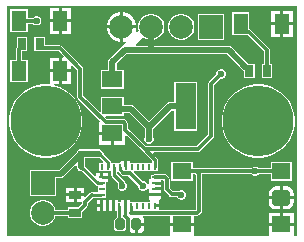
<source format=gtl>
G04*
G04 #@! TF.GenerationSoftware,Altium Limited,Altium Designer,24.2.2 (26)*
G04*
G04 Layer_Physical_Order=1*
G04 Layer_Color=255*
%FSLAX44Y44*%
%MOMM*%
G71*
G04*
G04 #@! TF.SameCoordinates,671ECA9C-2CDA-4785-821E-9719013758DC*
G04*
G04*
G04 #@! TF.FilePolarity,Positive*
G04*
G01*
G75*
%ADD10C,0.2500*%
%ADD30R,0.2500X0.4750*%
%ADD31R,0.4750X0.2500*%
%ADD32R,1.7000X1.4000*%
%ADD33R,1.7000X4.0000*%
G04:AMPARAMS|DCode=34|XSize=1.6mm|YSize=1.4mm|CornerRadius=0.35mm|HoleSize=0mm|Usage=FLASHONLY|Rotation=0.000|XOffset=0mm|YOffset=0mm|HoleType=Round|Shape=RoundedRectangle|*
%AMROUNDEDRECTD34*
21,1,1.6000,0.7000,0,0,0.0*
21,1,0.9000,1.4000,0,0,0.0*
1,1,0.7000,0.4500,-0.3500*
1,1,0.7000,-0.4500,-0.3500*
1,1,0.7000,-0.4500,0.3500*
1,1,0.7000,0.4500,0.3500*
%
%ADD34ROUNDEDRECTD34*%
%ADD35R,1.6000X1.4000*%
%ADD36R,0.7000X1.0000*%
%ADD37R,1.0000X0.7000*%
%ADD38R,1.3000X1.7000*%
G04:AMPARAMS|DCode=39|XSize=0.95mm|YSize=0.85mm|CornerRadius=0.2125mm|HoleSize=0mm|Usage=FLASHONLY|Rotation=90.000|XOffset=0mm|YOffset=0mm|HoleType=Round|Shape=RoundedRectangle|*
%AMROUNDEDRECTD39*
21,1,0.9500,0.4250,0,0,90.0*
21,1,0.5250,0.8500,0,0,90.0*
1,1,0.4250,0.2125,0.2625*
1,1,0.4250,0.2125,-0.2625*
1,1,0.4250,-0.2125,-0.2625*
1,1,0.4250,-0.2125,0.2625*
%
%ADD39ROUNDEDRECTD39*%
%ADD40C,0.5000*%
%ADD41C,0.3000*%
%ADD42C,2.0000*%
%ADD43R,2.0000X2.0000*%
%ADD44R,2.0000X2.0000*%
%ADD45C,6.0000*%
%ADD46C,0.6000*%
G36*
X502500Y257500D02*
X501109D01*
X500040Y257985D01*
X500040Y258770D01*
Y266255D01*
X478960D01*
Y258770D01*
X478960Y257985D01*
X477891Y257500D01*
X417109D01*
X416040Y257985D01*
X416040Y258770D01*
Y266255D01*
X394960D01*
Y258770D01*
X394960Y257985D01*
X393891Y257500D01*
X257500D01*
Y452500D01*
X502500D01*
Y257500D01*
D02*
G37*
%LPC*%
G36*
X311540Y451040D02*
X303770D01*
Y441270D01*
X311540D01*
Y451040D01*
D02*
G37*
G36*
X301230D02*
X293460D01*
Y441270D01*
X301230D01*
Y451040D01*
D02*
G37*
G36*
X499040Y448540D02*
X491270D01*
Y438770D01*
X499040D01*
Y448540D01*
D02*
G37*
G36*
X488730D02*
X480960D01*
Y438770D01*
X488730D01*
Y448540D01*
D02*
G37*
G36*
X355851Y447366D02*
X355470D01*
Y436096D01*
X366740D01*
Y436477D01*
X365885Y439666D01*
X364235Y442526D01*
X361900Y444860D01*
X359040Y446511D01*
X355851Y447366D01*
D02*
G37*
G36*
X352930D02*
X352549D01*
X349360Y446511D01*
X346500Y444860D01*
X344165Y442526D01*
X342515Y439666D01*
X341660Y436477D01*
Y436096D01*
X352930D01*
Y447366D01*
D02*
G37*
G36*
X275000Y449500D02*
X260000D01*
Y430500D01*
X275000D01*
Y437451D01*
X279392D01*
X280234Y436609D01*
X281704Y436000D01*
X283296D01*
X284766Y436609D01*
X285891Y437734D01*
X286500Y439204D01*
Y440796D01*
X285891Y442266D01*
X284766Y443391D01*
X283296Y444000D01*
X281704D01*
X280234Y443391D01*
X279392Y442549D01*
X275000D01*
Y449500D01*
D02*
G37*
G36*
X381048Y445826D02*
X378152D01*
X375354Y445076D01*
X372846Y443628D01*
X370798Y441580D01*
X369350Y439072D01*
X368600Y436274D01*
Y433378D01*
X368902Y432249D01*
X367406Y430752D01*
X366267Y431410D01*
X366740Y433175D01*
Y433556D01*
X355470D01*
Y422286D01*
X355851D01*
X357616Y422759D01*
X358274Y421620D01*
X352077Y415423D01*
X343977Y407323D01*
X343203Y406166D01*
X342932Y404800D01*
Y398500D01*
X337000D01*
Y382500D01*
X356000D01*
Y398500D01*
X350069D01*
Y403322D01*
X358178Y411431D01*
X443522D01*
X457477Y397477D01*
X458000Y397127D01*
Y391500D01*
X467000D01*
Y403500D01*
X461845D01*
X461500Y403569D01*
X461478D01*
X447523Y417523D01*
X446366Y418297D01*
X445000Y418569D01*
X366975D01*
X366489Y419742D01*
X372808Y426062D01*
X372846Y426024D01*
X375354Y424576D01*
X378152Y423826D01*
X381048D01*
X383846Y424576D01*
X386354Y426024D01*
X388402Y428072D01*
X389850Y430580D01*
X390600Y433378D01*
Y436274D01*
X389850Y439072D01*
X388402Y441580D01*
X386354Y443628D01*
X383846Y445076D01*
X381048Y445826D01*
D02*
G37*
G36*
X311540Y438730D02*
X303770D01*
Y428960D01*
X311540D01*
Y438730D01*
D02*
G37*
G36*
X301230D02*
X293460D01*
Y428960D01*
X301230D01*
Y438730D01*
D02*
G37*
G36*
X499040Y436230D02*
X491270D01*
Y426460D01*
X499040D01*
Y436230D01*
D02*
G37*
G36*
X488730D02*
X480960D01*
Y426460D01*
X488730D01*
Y436230D01*
D02*
G37*
G36*
X441400Y445826D02*
X419400D01*
Y423826D01*
X441400D01*
Y445826D01*
D02*
G37*
G36*
X406448D02*
X403552D01*
X400754Y445076D01*
X398246Y443628D01*
X396198Y441580D01*
X394750Y439072D01*
X394000Y436274D01*
Y433378D01*
X394750Y430580D01*
X396198Y428072D01*
X398246Y426024D01*
X400754Y424576D01*
X403552Y423826D01*
X406448D01*
X409246Y424576D01*
X411754Y426024D01*
X413802Y428072D01*
X415250Y430580D01*
X416000Y433378D01*
Y436274D01*
X415250Y439072D01*
X413802Y441580D01*
X411754Y443628D01*
X409246Y445076D01*
X406448Y445826D01*
D02*
G37*
G36*
X352930Y433556D02*
X341660D01*
Y433175D01*
X342515Y429986D01*
X344165Y427126D01*
X346500Y424791D01*
X349360Y423141D01*
X352549Y422286D01*
X352930D01*
Y433556D01*
D02*
G37*
G36*
X301230Y408540D02*
X293460D01*
Y398770D01*
X301230D01*
Y408540D01*
D02*
G37*
G36*
X462500Y447000D02*
X447500D01*
Y428000D01*
X459754D01*
X460000Y427951D01*
X460944D01*
X474951Y413944D01*
Y403500D01*
X473000D01*
Y391500D01*
X482000D01*
Y403500D01*
X480049D01*
Y415000D01*
X479855Y415975D01*
X479302Y416802D01*
X463802Y432302D01*
X462976Y432855D01*
X462500Y432949D01*
Y447000D01*
D02*
G37*
G36*
X274500Y426000D02*
X265500D01*
Y417507D01*
X265145Y416976D01*
X264951Y416000D01*
Y407000D01*
X260000D01*
Y388000D01*
X275000D01*
Y407000D01*
X270049D01*
Y414000D01*
X274500D01*
Y426000D01*
D02*
G37*
G36*
X311540Y396230D02*
X303770D01*
Y386460D01*
X311540D01*
Y396230D01*
D02*
G37*
G36*
X345230Y343230D02*
X335460D01*
Y334960D01*
X345230D01*
Y343230D01*
D02*
G37*
G36*
X472440Y386000D02*
X467560D01*
X462741Y385237D01*
X458100Y383729D01*
X453753Y381514D01*
X449805Y378646D01*
X446354Y375195D01*
X443486Y371247D01*
X441271Y366900D01*
X439763Y362259D01*
X439000Y357440D01*
Y352560D01*
X439763Y347741D01*
X441271Y343100D01*
X443486Y338753D01*
X446354Y334805D01*
X449805Y331354D01*
X453753Y328486D01*
X458100Y326271D01*
X462741Y324763D01*
X467560Y324000D01*
X472440D01*
X477259Y324763D01*
X481900Y326271D01*
X486247Y328486D01*
X490195Y331354D01*
X493646Y334805D01*
X496514Y338753D01*
X498729Y343100D01*
X500237Y347741D01*
X501000Y352560D01*
Y357440D01*
X500237Y362259D01*
X498729Y366900D01*
X496514Y371247D01*
X493646Y375195D01*
X490195Y378646D01*
X486247Y381514D01*
X481900Y383729D01*
X477259Y385237D01*
X472440Y386000D01*
D02*
G37*
G36*
X301230Y396230D02*
X293460D01*
Y387124D01*
X292477Y386041D01*
X292381Y386000D01*
X287560D01*
X282741Y385237D01*
X278100Y383729D01*
X273752Y381514D01*
X269805Y378646D01*
X266355Y375195D01*
X263486Y371247D01*
X261271Y366900D01*
X259763Y362259D01*
X259000Y357440D01*
Y352560D01*
X259763Y347741D01*
X261271Y343100D01*
X263486Y338753D01*
X266355Y334805D01*
X269805Y331354D01*
X273752Y328486D01*
X278100Y326271D01*
X282741Y324763D01*
X287560Y324000D01*
X292440D01*
X297259Y324763D01*
X301900Y326271D01*
X306248Y328486D01*
X310195Y331354D01*
X313645Y334805D01*
X316514Y338753D01*
X318729Y343100D01*
X320237Y347741D01*
X321000Y352560D01*
Y357440D01*
X320237Y362259D01*
X318729Y366900D01*
X316514Y371247D01*
X313645Y375195D01*
X310195Y378646D01*
X306248Y381514D01*
X301900Y383729D01*
X297259Y385237D01*
X297509Y386460D01*
X301230D01*
Y396230D01*
D02*
G37*
G36*
X289500Y426000D02*
X280500D01*
Y414000D01*
X286754D01*
X287000Y413951D01*
X300980D01*
X305217Y409713D01*
X304731Y408540D01*
X303770D01*
Y398770D01*
X311540D01*
Y401731D01*
X312713Y402217D01*
X316951Y397980D01*
Y375465D01*
X317145Y374489D01*
X317698Y373662D01*
X336146Y355213D01*
X335660Y354040D01*
X335460D01*
Y345770D01*
X346500D01*
Y344500D01*
X347770D01*
Y334960D01*
X357540D01*
Y342180D01*
X358713Y342666D01*
X372032Y329348D01*
X380288Y321091D01*
X379717Y319895D01*
X379296Y319895D01*
X375610Y319895D01*
X374340Y319895D01*
X370610Y319895D01*
X369340Y319895D01*
X365610Y319895D01*
X364340Y319895D01*
X361650D01*
Y321435D01*
X359130D01*
Y316520D01*
X356590D01*
Y321435D01*
X354070D01*
Y320793D01*
X353172Y319895D01*
X350610Y319895D01*
X349340Y319895D01*
X346311D01*
X345528Y320030D01*
X344992Y320909D01*
X344979Y320973D01*
X344482Y321717D01*
X338969Y327229D01*
X339023Y327500D01*
X338752Y328866D01*
X337978Y330023D01*
X336820Y330797D01*
X335455Y331069D01*
X321837D01*
X320796Y331500D01*
X319204D01*
X317734Y330891D01*
X316609Y329766D01*
X316178Y328724D01*
X301222Y313769D01*
X295000D01*
X294655Y313700D01*
X276500D01*
Y291700D01*
X298500D01*
Y306631D01*
X302700D01*
X304066Y306903D01*
X305223Y307677D01*
X315258Y317711D01*
X316431Y317225D01*
Y316425D01*
X316703Y315060D01*
X317477Y313902D01*
X318634Y313128D01*
X320000Y312857D01*
X320271Y312910D01*
X332303Y300878D01*
X332303Y300878D01*
X333047Y300381D01*
X333111Y300368D01*
X333990Y299832D01*
X334125Y299049D01*
X334125Y295250D01*
X333044Y294794D01*
X330067D01*
X329976Y294855D01*
X329000Y295049D01*
X328024Y294855D01*
X327198Y294302D01*
X323713Y290818D01*
X322719Y291230D01*
X316270D01*
Y286460D01*
X320444D01*
Y285049D01*
X317395Y282000D01*
X309000D01*
Y279849D01*
X298205D01*
X297750Y281546D01*
X296302Y284054D01*
X294254Y286102D01*
X291746Y287550D01*
X288948Y288300D01*
X286052D01*
X283254Y287550D01*
X280746Y286102D01*
X278698Y284054D01*
X277250Y281546D01*
X276500Y278748D01*
Y275852D01*
X277250Y273054D01*
X278698Y270546D01*
X280746Y268498D01*
X283254Y267050D01*
X286052Y266300D01*
X288948D01*
X291746Y267050D01*
X294254Y268498D01*
X296302Y270546D01*
X297750Y273054D01*
X298205Y274751D01*
X309000D01*
Y273000D01*
X321000D01*
Y278395D01*
X324795Y282190D01*
X325348Y283017D01*
X325542Y283993D01*
Y285437D01*
X330311Y290206D01*
X336625D01*
X336846Y290250D01*
X340875D01*
Y293980D01*
X340875Y294750D01*
X340875Y296020D01*
X340875Y299750D01*
X340875Y301020D01*
Y303710D01*
X342415D01*
Y306230D01*
X337500D01*
Y307500D01*
X336230D01*
Y311290D01*
X332585D01*
Y308744D01*
X331412Y308258D01*
X323515Y316155D01*
X323569Y316425D01*
Y323931D01*
X335455D01*
X335725Y323985D01*
X338642Y321068D01*
X338156Y319895D01*
X335610D01*
Y313145D01*
X340110D01*
Y313145D01*
X340610D01*
Y313145D01*
X345110Y313145D01*
X345566Y312064D01*
Y309765D01*
X345741Y308887D01*
X346238Y308143D01*
X346525Y307855D01*
X346546Y307748D01*
X347099Y306921D01*
X351682Y302338D01*
X351609Y302266D01*
X351000Y300796D01*
Y299204D01*
X351609Y297734D01*
X352734Y296609D01*
X354204Y296000D01*
X355796D01*
X357266Y296609D01*
X358391Y297734D01*
X359000Y299204D01*
Y300796D01*
X358391Y302266D01*
X357429Y303228D01*
X357355Y303600D01*
X356802Y304427D01*
X350704Y310526D01*
X350160Y310889D01*
X350174Y312085D01*
X350683Y312397D01*
X351424Y312551D01*
X353494Y310481D01*
X353515Y310374D01*
X354068Y309547D01*
X354895Y308995D01*
X355870Y308800D01*
X360109D01*
X368499Y300410D01*
Y299204D01*
X369108Y297734D01*
X370233Y296608D01*
X371704Y295999D01*
X373295D01*
X374765Y296608D01*
X375890Y297734D01*
X376315Y298759D01*
X377585Y298710D01*
Y293770D01*
X387415D01*
Y296230D01*
X382500D01*
Y298770D01*
X387415D01*
Y301230D01*
X382500D01*
Y303770D01*
X387415D01*
Y304951D01*
X389687D01*
X389951Y304687D01*
Y297500D01*
X390145Y296525D01*
X390698Y295698D01*
X394776Y291620D01*
X395602Y291067D01*
X396578Y290873D01*
X401344D01*
X401609Y290234D01*
X402734Y289109D01*
X404204Y288500D01*
X405796D01*
X407266Y289109D01*
X408391Y290234D01*
X409000Y291704D01*
Y293296D01*
X408391Y294766D01*
X407266Y295891D01*
X405796Y296500D01*
X404204D01*
X402927Y295971D01*
X397634D01*
X395049Y298556D01*
Y305743D01*
X394855Y306718D01*
X394302Y307545D01*
X392545Y309302D01*
X391718Y309855D01*
X390743Y310049D01*
X382500D01*
X381525Y309855D01*
X381367Y309750D01*
X379125D01*
Y306290D01*
X377585D01*
Y301492D01*
X376315Y301240D01*
X375890Y302265D01*
X374765Y303390D01*
X373295Y303999D01*
X372120D01*
X364148Y311972D01*
X364634Y313145D01*
X365110D01*
X366380Y313145D01*
X370110Y313145D01*
X371380Y313145D01*
X375110Y313145D01*
X376380Y313145D01*
X380110Y313145D01*
X381380Y313145D01*
X385110D01*
Y316299D01*
X385154Y316520D01*
Y321058D01*
X385215Y321149D01*
X385409Y322124D01*
X385215Y323100D01*
X384662Y323927D01*
X381161Y327428D01*
X381647Y328601D01*
X418650D01*
X419626Y328795D01*
X420452Y329348D01*
X431802Y340698D01*
X432355Y341525D01*
X432549Y342500D01*
Y385294D01*
X438255Y391000D01*
X439446D01*
X440916Y391609D01*
X442041Y392734D01*
X442650Y394204D01*
Y395796D01*
X442041Y397266D01*
X440916Y398391D01*
X439446Y399000D01*
X437854D01*
X436384Y398391D01*
X435259Y397266D01*
X434650Y395796D01*
Y394605D01*
X428198Y388152D01*
X427645Y387326D01*
X427451Y386350D01*
Y343556D01*
X417594Y333699D01*
X374890D01*
X360049Y348540D01*
Y352536D01*
X359855Y353511D01*
X359302Y354338D01*
X357838Y355802D01*
X357011Y356355D01*
X356035Y356549D01*
X342020D01*
X340243Y358327D01*
X340729Y359500D01*
X356000D01*
Y361431D01*
X361022D01*
X373931Y348522D01*
Y341837D01*
X373500Y340796D01*
Y339204D01*
X374109Y337734D01*
X375234Y336609D01*
X376704Y336000D01*
X378296D01*
X379766Y336609D01*
X380891Y337734D01*
X381500Y339204D01*
Y340796D01*
X381069Y341837D01*
Y348522D01*
X396478Y363931D01*
X399000D01*
Y346500D01*
X418000D01*
Y388500D01*
X399000D01*
Y371069D01*
X395000D01*
X393634Y370797D01*
X392477Y370023D01*
X377500Y355047D01*
X365023Y367523D01*
X363866Y368297D01*
X362500Y368569D01*
X356000D01*
Y375500D01*
X337000D01*
Y363229D01*
X335827Y362743D01*
X322049Y376520D01*
Y399035D01*
X321855Y400011D01*
X321302Y400838D01*
X303838Y418302D01*
X303011Y418855D01*
X302036Y419049D01*
X289500D01*
Y426000D01*
D02*
G37*
G36*
X498500Y320475D02*
X480500D01*
Y315049D01*
X470608D01*
X469766Y315891D01*
X468296Y316500D01*
X466704D01*
X465234Y315891D01*
X464392Y315049D01*
X417525D01*
X417399Y315024D01*
X414500D01*
Y320475D01*
X396500D01*
Y304475D01*
X414500D01*
Y309926D01*
X416469D01*
X417451Y308944D01*
Y280313D01*
X417187Y280049D01*
X386290D01*
Y282210D01*
X382500D01*
Y284750D01*
X386290D01*
X386290Y288360D01*
X387415Y288710D01*
Y288745D01*
X387415Y288745D01*
Y291230D01*
X377585D01*
Y288745D01*
X377585Y288745D01*
Y288710D01*
X377803Y288642D01*
X378158Y287201D01*
X377812Y286855D01*
X375250Y286855D01*
X373980Y286855D01*
X370250Y286855D01*
X368980Y286855D01*
X365250Y286855D01*
X363980Y286855D01*
X361290D01*
Y288395D01*
X358770D01*
Y283480D01*
X356230D01*
Y288395D01*
X353710D01*
Y286855D01*
X351290D01*
Y288395D01*
X348770D01*
Y283480D01*
Y278565D01*
X350206D01*
Y273128D01*
X349906Y273069D01*
X348872Y272378D01*
X348181Y271344D01*
X347939Y270125D01*
Y264875D01*
X348181Y263656D01*
X348872Y262622D01*
X349906Y261931D01*
X351125Y261689D01*
X355375D01*
X356438Y261900D01*
X356594Y261931D01*
X357460Y262500D01*
Y262500D01*
X357460Y262500D01*
X360601D01*
X361262Y261512D01*
X362805Y260481D01*
X364625Y260119D01*
X365480D01*
Y267500D01*
X366750D01*
Y268770D01*
X373631D01*
Y270125D01*
X373269Y271945D01*
X372238Y273488D01*
X371950Y273681D01*
X372335Y274951D01*
X394960D01*
Y268795D01*
X416040D01*
Y274951D01*
X418243D01*
X419218Y275145D01*
X420045Y275698D01*
X421802Y277455D01*
X422355Y278282D01*
X422549Y279257D01*
Y309951D01*
X464392D01*
X465234Y309109D01*
X466704Y308500D01*
X468296D01*
X469766Y309109D01*
X470608Y309951D01*
X480500D01*
Y304475D01*
X498500D01*
Y320475D01*
D02*
G37*
G36*
X342415Y311290D02*
X338770D01*
Y308770D01*
X342415D01*
Y311290D01*
D02*
G37*
G36*
X322540Y298540D02*
X316270D01*
Y293770D01*
X322540D01*
Y298540D01*
D02*
G37*
G36*
X313730D02*
X307460D01*
Y293770D01*
X313730D01*
Y298540D01*
D02*
G37*
G36*
X494000Y299658D02*
X490770D01*
Y291270D01*
X500158D01*
Y293500D01*
X499689Y295857D01*
X498355Y297855D01*
X496357Y299189D01*
X494000Y299658D01*
D02*
G37*
G36*
X488230D02*
X485000D01*
X482643Y299189D01*
X480645Y297855D01*
X479310Y295857D01*
X478842Y293500D01*
Y291270D01*
X488230D01*
Y299658D01*
D02*
G37*
G36*
X313730Y291230D02*
X307460D01*
Y286460D01*
X313730D01*
Y291230D01*
D02*
G37*
G36*
X336230Y288395D02*
X333710D01*
Y284750D01*
X336230D01*
Y288395D01*
D02*
G37*
G36*
X500158Y288730D02*
X490770D01*
Y280342D01*
X494000D01*
X496357Y280811D01*
X498355Y282145D01*
X499689Y284143D01*
X500158Y286500D01*
Y288730D01*
D02*
G37*
G36*
X488230D02*
X478842D01*
Y286500D01*
X479310Y284143D01*
X480645Y282145D01*
X482643Y280811D01*
X485000Y280342D01*
X488230D01*
Y288730D01*
D02*
G37*
G36*
X346230Y288395D02*
X343770D01*
Y283480D01*
Y278565D01*
X346230D01*
Y283480D01*
Y288395D01*
D02*
G37*
G36*
X341230D02*
X338770D01*
Y283480D01*
Y278565D01*
X341230D01*
Y283480D01*
Y288395D01*
D02*
G37*
G36*
X336230Y282210D02*
X333710D01*
Y278565D01*
X336230D01*
Y282210D01*
D02*
G37*
G36*
X500040Y277065D02*
X490770D01*
Y268795D01*
X500040D01*
Y277065D01*
D02*
G37*
G36*
X488230D02*
X478960D01*
Y268795D01*
X488230D01*
Y277065D01*
D02*
G37*
G36*
X373631Y266230D02*
X368020D01*
Y260119D01*
X368875D01*
X370695Y260481D01*
X372238Y261512D01*
X373269Y263055D01*
X373631Y264875D01*
Y266230D01*
D02*
G37*
%LPD*%
D10*
X347860Y309765D02*
X348901Y308724D01*
X347860Y309765D02*
Y316520D01*
X362500Y277500D02*
Y283480D01*
X320000Y316425D02*
X333925Y302500D01*
X337500D01*
X342860Y316520D02*
Y320095D01*
X335455Y327500D02*
X342860Y320095D01*
X352860Y314359D02*
X355870Y311349D01*
X352860Y314359D02*
Y316520D01*
X352500Y268250D02*
Y283480D01*
X329000Y292500D02*
X336625D01*
X357500Y274541D02*
Y283480D01*
X382860Y316520D02*
Y322124D01*
D30*
X377860Y316520D02*
D03*
X372860D02*
D03*
X367860D02*
D03*
X362860D02*
D03*
X357860D02*
D03*
X352860D02*
D03*
X347860D02*
D03*
X342860D02*
D03*
X382860D02*
D03*
X337860D02*
D03*
X382500Y283480D02*
D03*
X377500D02*
D03*
X372500D02*
D03*
X367500D02*
D03*
X362500D02*
D03*
X357500D02*
D03*
X352500D02*
D03*
X347500D02*
D03*
X342500D02*
D03*
X337500D02*
D03*
D31*
X382500Y292500D02*
D03*
X337500D02*
D03*
X382500Y297500D02*
D03*
Y302500D02*
D03*
X337500D02*
D03*
X382500Y307500D02*
D03*
X337500Y297500D02*
D03*
Y307500D02*
D03*
D32*
X346500Y390500D02*
D03*
Y367500D02*
D03*
Y344500D02*
D03*
D33*
X408500Y367500D02*
D03*
D34*
X489500Y290000D02*
D03*
D35*
Y267525D02*
D03*
Y312475D02*
D03*
X405500Y267525D02*
D03*
Y312475D02*
D03*
D36*
X270000Y420000D02*
D03*
X285000D02*
D03*
X477500Y397500D02*
D03*
X462500D02*
D03*
D37*
X315000Y292500D02*
D03*
Y277500D02*
D03*
D38*
X302500Y397500D02*
D03*
X267500D02*
D03*
X302500Y440000D02*
D03*
X267500D02*
D03*
X490000Y437500D02*
D03*
X455000D02*
D03*
D39*
X366750Y267500D02*
D03*
X353250D02*
D03*
D40*
X379600Y415000D02*
X445000D01*
X379600Y415000D02*
Y434826D01*
X379600Y415000D02*
X379600Y415000D01*
X357500Y415000D02*
X379600D01*
X320000Y316425D02*
Y327500D01*
X461500Y400000D02*
X462500Y399000D01*
X445000Y415000D02*
X460000Y400000D01*
X462500Y397500D02*
Y399000D01*
X460000Y400000D02*
X461500D01*
X320000Y327500D02*
X335455D01*
X295000Y310200D02*
X302700D01*
X287500Y302700D02*
X295000Y310200D01*
X302700D02*
X320000Y327500D01*
X395000Y367500D02*
X408500D01*
X377500Y350000D02*
X395000Y367500D01*
X377500Y340000D02*
Y350000D01*
X346500Y367500D02*
X349000Y365000D01*
X362500D01*
X377500Y350000D01*
X354600Y412900D02*
X357100Y415400D01*
X346500Y390500D02*
Y404800D01*
X354600Y412900D01*
X346500Y390500D02*
X346500Y390500D01*
D41*
X455000Y435500D02*
Y437500D01*
Y435500D02*
X460000Y430500D01*
X462000D01*
X477500Y415000D01*
Y397500D02*
Y415000D01*
X362500Y277500D02*
X418243D01*
X420000Y279257D02*
Y310000D01*
X418243Y277500D02*
X420000Y279257D01*
X348901Y308724D02*
X355000Y302625D01*
X357500Y274541D02*
X360000Y272041D01*
Y260000D02*
Y272041D01*
X352500Y268250D02*
X353250Y267500D01*
X430000Y342500D02*
Y386350D01*
X438650Y395000D01*
X418650Y331150D02*
X430000Y342500D01*
X373834Y331150D02*
X418650D01*
X355000Y300000D02*
Y302625D01*
X322993Y283993D02*
Y286493D01*
X329000Y292500D01*
X382500Y307500D02*
X390743D01*
X355870Y311349D02*
X361165D01*
X372499Y300015D01*
Y299999D02*
Y300015D01*
X373834Y331150D02*
X382860Y322124D01*
X417525Y312475D02*
X420000Y310000D01*
X404078Y293422D02*
X405000Y292500D01*
X396578Y293422D02*
X404078D01*
X392500Y297500D02*
X396578Y293422D01*
X392500Y297500D02*
Y305743D01*
X390743Y307500D02*
X392500Y305743D01*
X316500Y277500D02*
X322993Y283993D01*
X315000Y277500D02*
X316500D01*
X314800Y277300D02*
X315000Y277500D01*
X287500Y277300D02*
X314800D01*
X270000Y418500D02*
Y420000D01*
X267500Y416000D02*
X270000Y418500D01*
X267500Y397500D02*
Y416000D01*
X287000Y416500D02*
X302036D01*
X285000Y418500D02*
X287000Y416500D01*
X285000Y418500D02*
Y420000D01*
X357500Y347484D02*
X373834Y331150D01*
X357500Y347484D02*
Y352536D01*
X356035Y354000D02*
X357500Y352536D01*
X340965Y354000D02*
X356035D01*
X319500Y375465D02*
X340965Y354000D01*
X319500Y375465D02*
Y399035D01*
X302036Y416500D02*
X319500Y399035D01*
X417525Y312475D02*
X417525D01*
X267500Y440000D02*
X282500D01*
X267500Y440000D02*
X267500Y440000D01*
X467500Y312500D02*
X489475D01*
X417525D02*
X467500D01*
X407525Y312475D02*
X417525D01*
X489475Y312500D02*
X489500Y312475D01*
D42*
X379600Y434826D02*
D03*
X405000D02*
D03*
X354200D02*
D03*
X287500Y277300D02*
D03*
D43*
X430400Y434826D02*
D03*
D44*
X287500Y302700D02*
D03*
D45*
X470000Y355000D02*
D03*
X290000D02*
D03*
D46*
X372499Y299999D02*
D03*
X355000Y300000D02*
D03*
X405000Y292500D02*
D03*
X282500Y440000D02*
D03*
X438650Y395000D02*
D03*
X320000Y327500D02*
D03*
X467500Y312500D02*
D03*
X377500Y340000D02*
D03*
M02*

</source>
